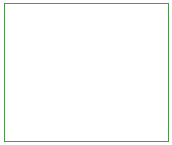
<source format=gbr>
%TF.GenerationSoftware,KiCad,Pcbnew,9.0.3*%
%TF.CreationDate,2025-07-24T19:31:40+02:00*%
%TF.ProjectId,OM345-MMIC,4f4d3334-352d-44d4-9d49-432e6b696361,rev?*%
%TF.SameCoordinates,Original*%
%TF.FileFunction,Profile,NP*%
%FSLAX46Y46*%
G04 Gerber Fmt 4.6, Leading zero omitted, Abs format (unit mm)*
G04 Created by KiCad (PCBNEW 9.0.3) date 2025-07-24 19:31:40*
%MOMM*%
%LPD*%
G01*
G04 APERTURE LIST*
%TA.AperFunction,Profile*%
%ADD10C,0.050000*%
%TD*%
G04 APERTURE END LIST*
D10*
X127254000Y-76454000D02*
X141097000Y-76454000D01*
X141097000Y-88138000D01*
X127254000Y-88138000D01*
X127254000Y-76454000D01*
M02*

</source>
